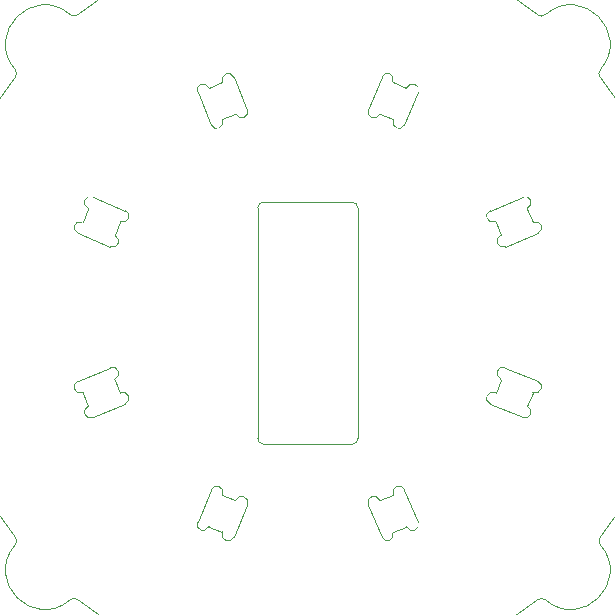
<source format=gbr>
%TF.GenerationSoftware,KiCad,Pcbnew,7.0.6*%
%TF.CreationDate,2023-07-27T21:49:21+01:00*%
%TF.ProjectId,Kiwano,4b697761-6e6f-42e6-9b69-6361645f7063,V1.0*%
%TF.SameCoordinates,Original*%
%TF.FileFunction,Profile,NP*%
%FSLAX46Y46*%
G04 Gerber Fmt 4.6, Leading zero omitted, Abs format (unit mm)*
G04 Created by KiCad (PCBNEW 7.0.6) date 2023-07-27 21:49:21*
%MOMM*%
%LPD*%
G01*
G04 APERTURE LIST*
%TA.AperFunction,Profile*%
%ADD10C,0.100000*%
%TD*%
G04 APERTURE END LIST*
D10*
X71249999Y-51099999D02*
G75*
G03*
X70749999Y-51600001I-99J-499901D01*
G01*
X79250000Y-51600000D02*
G75*
G03*
X78749999Y-51100000I-500000J0D01*
G01*
X71249999Y-71600000D02*
X78749999Y-71600000D01*
X78749999Y-51100000D02*
X71249999Y-51100000D01*
X70749999Y-51600001D02*
X70749999Y-71100000D01*
X70750000Y-71100000D02*
G75*
G03*
X71249999Y-71600000I500000J0D01*
G01*
X78749999Y-71600000D02*
G75*
G03*
X79250000Y-71100000I-99J500100D01*
G01*
X79249999Y-51600000D02*
X79250000Y-71100000D01*
X99769908Y-39884738D02*
G75*
G03*
X99755182Y-40521011I378192J-327060D01*
G01*
X99755182Y-79478984D02*
G75*
G03*
X99755182Y-40521011I-24755182J19478986D01*
G01*
X99755207Y-79479003D02*
G75*
G03*
X99769931Y-80115239I392893J-309195D01*
G01*
X95115242Y-84769928D02*
G75*
G03*
X99769930Y-80115240I2158658J2496030D01*
G01*
X95115260Y-84769907D02*
G75*
G03*
X94478987Y-84755180I-327060J-378191D01*
G01*
X55521015Y-84755180D02*
G75*
G03*
X94478986Y-84755179I19478985J24755180D01*
G01*
X55521014Y-84755181D02*
G75*
G03*
X54884759Y-84769929I-309190J-392941D01*
G01*
X50230071Y-80115241D02*
G75*
G03*
X54884758Y-84769928I2496066J-2158621D01*
G01*
X50230070Y-80115240D02*
G75*
G03*
X50244818Y-79478985I-378193J327065D01*
G01*
X50244818Y-40521013D02*
G75*
G03*
X50244819Y-79478984I24755180J-19478985D01*
G01*
X50244817Y-40521012D02*
G75*
G03*
X50230069Y-39884758I-392940J309190D01*
G01*
X54884757Y-35230069D02*
G75*
G03*
X50230070Y-39884757I-2158621J-2496067D01*
G01*
X54884758Y-35230068D02*
G75*
G03*
X55521013Y-35244816I327065J378193D01*
G01*
X94478986Y-35244816D02*
G75*
G03*
X55521013Y-35244816I-19478986J-24755182D01*
G01*
X94479005Y-35244791D02*
G75*
G03*
X95115241Y-35230067I309195J392893D01*
G01*
X99769930Y-39884757D02*
G75*
G03*
X95115242Y-35230068I-2496070J2158619D01*
G01*
%TO.C,D7*%
X58293071Y-54865713D02*
X55521432Y-53717663D01*
X55969444Y-52766724D02*
X56428664Y-51658068D01*
X58648694Y-53876506D02*
X59107914Y-52767850D01*
X56784287Y-50668861D02*
X59555926Y-51816911D01*
X55904115Y-52793783D02*
G75*
G03*
X55521432Y-53717663I-191341J-461940D01*
G01*
X58293071Y-54865714D02*
G75*
G03*
X58675754Y-53941834I191341J461940D01*
G01*
X58648694Y-53876506D02*
G75*
G03*
X58675754Y-53941833I46196J-19133D01*
G01*
X55904115Y-52793783D02*
G75*
G03*
X55969443Y-52766724I19134J46195D01*
G01*
X59173242Y-52740791D02*
G75*
G03*
X59107915Y-52767850I-19134J-46193D01*
G01*
X56428663Y-51658068D02*
G75*
G03*
X56401604Y-51592741I-46193J19134D01*
G01*
X56784287Y-50668860D02*
G75*
G03*
X56401604Y-51592740I-191341J-461940D01*
G01*
X59173243Y-52740791D02*
G75*
G03*
X59555926Y-51816911I191341J461940D01*
G01*
%TO.C,D3*%
X91706934Y-65134295D02*
X94478573Y-66282345D01*
X94030561Y-67233284D02*
X93571341Y-68341940D01*
X91351311Y-66123502D02*
X90892091Y-67232158D01*
X93215718Y-69331147D02*
X90444079Y-68183097D01*
X94095890Y-67206225D02*
G75*
G03*
X94478573Y-66282345I191341J461940D01*
G01*
X91706934Y-65134294D02*
G75*
G03*
X91324251Y-66058174I-191341J-461940D01*
G01*
X91351311Y-66123502D02*
G75*
G03*
X91324251Y-66058175I-46196J19133D01*
G01*
X94095890Y-67206225D02*
G75*
G03*
X94030562Y-67233284I-19134J-46195D01*
G01*
X90826763Y-67259217D02*
G75*
G03*
X90892090Y-67232158I19134J46193D01*
G01*
X93571342Y-68341940D02*
G75*
G03*
X93598401Y-68407267I46193J-19134D01*
G01*
X93215718Y-69331148D02*
G75*
G03*
X93598401Y-68407268I191341J461940D01*
G01*
X90826762Y-67259217D02*
G75*
G03*
X90444079Y-68183097I-191341J-461940D01*
G01*
%TO.C,D5*%
X69865716Y-76706932D02*
X68717666Y-79478571D01*
X67766727Y-79030559D02*
X66658071Y-78571339D01*
X68876509Y-76351309D02*
X67767853Y-75892089D01*
X65668864Y-78215716D02*
X66816914Y-75444077D01*
X67793786Y-79095888D02*
G75*
G03*
X68717666Y-79478571I461940J-191341D01*
G01*
X69865717Y-76706932D02*
G75*
G03*
X68941837Y-76324249I-461940J191341D01*
G01*
X68876509Y-76351309D02*
G75*
G03*
X68941836Y-76324249I19133J46196D01*
G01*
X67793786Y-79095888D02*
G75*
G03*
X67766727Y-79030560I-46195J19134D01*
G01*
X67740794Y-75826761D02*
G75*
G03*
X67767853Y-75892088I46193J-19134D01*
G01*
X66658071Y-78571340D02*
G75*
G03*
X66592744Y-78598399I-19134J-46193D01*
G01*
X65668863Y-78215716D02*
G75*
G03*
X66592743Y-78598399I461940J-191341D01*
G01*
X67740794Y-75826760D02*
G75*
G03*
X66816914Y-75444077I-461940J191341D01*
G01*
%TO.C,D6*%
X59555928Y-68183095D02*
X56784289Y-69331145D01*
X56428666Y-68341938D02*
X55969446Y-67233282D01*
X59107916Y-67232156D02*
X58648696Y-66123500D01*
X55521434Y-66282343D02*
X58293073Y-65134293D01*
X56401607Y-68407267D02*
G75*
G03*
X56784289Y-69331145I191341J-461939D01*
G01*
X59555927Y-68183094D02*
G75*
G03*
X59173245Y-67259216I-191341J461939D01*
G01*
X59107917Y-67232156D02*
G75*
G03*
X59173245Y-67259215I46194J19136D01*
G01*
X56401606Y-68407265D02*
G75*
G03*
X56428666Y-68341938I-19136J46194D01*
G01*
X58675756Y-66058173D02*
G75*
G03*
X58648697Y-66123500I19134J-46193D01*
G01*
X55969446Y-67233282D02*
G75*
G03*
X55904117Y-67206222I-46194J-19134D01*
G01*
X55521435Y-66282344D02*
G75*
G03*
X55904117Y-67206222I191341J-461939D01*
G01*
X58675755Y-66058171D02*
G75*
G03*
X58293073Y-65134293I-191341J461939D01*
G01*
%TO.C,D8*%
X66816910Y-44555928D02*
X65668860Y-41784289D01*
X66658067Y-41428666D02*
X67766723Y-40969446D01*
X67767849Y-44107916D02*
X68876505Y-43648696D01*
X68717662Y-40521434D02*
X69865712Y-43293073D01*
X66592738Y-41401607D02*
G75*
G03*
X65668860Y-41784289I-461939J-191341D01*
G01*
X66816911Y-44555927D02*
G75*
G03*
X67740789Y-44173245I461939J191341D01*
G01*
X67767849Y-44107917D02*
G75*
G03*
X67740790Y-44173245I19136J-46194D01*
G01*
X66592740Y-41401606D02*
G75*
G03*
X66658067Y-41428666I46194J19136D01*
G01*
X68941832Y-43675756D02*
G75*
G03*
X68876505Y-43648697I-46193J-19134D01*
G01*
X67766723Y-40969446D02*
G75*
G03*
X67793783Y-40904117I-19134J46194D01*
G01*
X68717661Y-40521435D02*
G75*
G03*
X67793783Y-40904117I-461939J-191341D01*
G01*
X68941834Y-43675755D02*
G75*
G03*
X69865712Y-43293073I461939J191341D01*
G01*
%TO.C,D4*%
X83183097Y-75444076D02*
X84331147Y-78215715D01*
X83341940Y-78571338D02*
X82233284Y-79030558D01*
X82232158Y-75892088D02*
X81123502Y-76351308D01*
X81282345Y-79478570D02*
X80134295Y-76706931D01*
X83407269Y-78598397D02*
G75*
G03*
X84331147Y-78215715I461939J191341D01*
G01*
X83183096Y-75444077D02*
G75*
G03*
X82259218Y-75826759I-461939J-191341D01*
G01*
X82232158Y-75892087D02*
G75*
G03*
X82259217Y-75826759I-19136J46194D01*
G01*
X83407267Y-78598398D02*
G75*
G03*
X83341940Y-78571338I-46194J-19136D01*
G01*
X81058175Y-76324248D02*
G75*
G03*
X81123502Y-76351307I46193J19134D01*
G01*
X82233284Y-79030558D02*
G75*
G03*
X82206224Y-79095887I19134J-46194D01*
G01*
X81282346Y-79478569D02*
G75*
G03*
X82206224Y-79095887I461939J191341D01*
G01*
X81058173Y-76324249D02*
G75*
G03*
X80134295Y-76706931I-461939J-191341D01*
G01*
%TO.C,D2*%
X90444081Y-51816911D02*
X93215720Y-50668861D01*
X93571343Y-51658068D02*
X94030563Y-52766724D01*
X90892093Y-52767850D02*
X91351313Y-53876506D01*
X94478575Y-53717663D02*
X91706936Y-54865713D01*
X93598402Y-51592739D02*
G75*
G03*
X93215720Y-50668861I-191341J461939D01*
G01*
X90444082Y-51816912D02*
G75*
G03*
X90826764Y-52740790I191341J-461939D01*
G01*
X90892092Y-52767850D02*
G75*
G03*
X90826764Y-52740791I-46194J-19136D01*
G01*
X93598403Y-51592741D02*
G75*
G03*
X93571343Y-51658068I19136J-46194D01*
G01*
X91324253Y-53941833D02*
G75*
G03*
X91351312Y-53876506I-19134J46193D01*
G01*
X94030563Y-52766724D02*
G75*
G03*
X94095892Y-52793784I46194J19134D01*
G01*
X94478574Y-53717662D02*
G75*
G03*
X94095892Y-52793784I-191341J461939D01*
G01*
X91324254Y-53941835D02*
G75*
G03*
X91706936Y-54865713I191341J-461939D01*
G01*
%TO.C,D1*%
X80134296Y-43293071D02*
X81282346Y-40521432D01*
X82233285Y-40969444D02*
X83341941Y-41428664D01*
X81123503Y-43648694D02*
X82232159Y-44107914D01*
X84331148Y-41784287D02*
X83183098Y-44555926D01*
X82206226Y-40904115D02*
G75*
G03*
X81282346Y-40521432I-461940J191341D01*
G01*
X80134295Y-43293071D02*
G75*
G03*
X81058175Y-43675754I461940J-191341D01*
G01*
X81123503Y-43648694D02*
G75*
G03*
X81058176Y-43675754I-19133J-46196D01*
G01*
X82206226Y-40904115D02*
G75*
G03*
X82233285Y-40969443I46195J-19134D01*
G01*
X82259218Y-44173242D02*
G75*
G03*
X82232159Y-44107915I-46193J19134D01*
G01*
X83341941Y-41428663D02*
G75*
G03*
X83407268Y-41401604I19134J46193D01*
G01*
X84331149Y-41784287D02*
G75*
G03*
X83407269Y-41401604I-461940J191341D01*
G01*
X82259218Y-44173243D02*
G75*
G03*
X83183098Y-44555926I461940J-191341D01*
G01*
%TD*%
M02*

</source>
